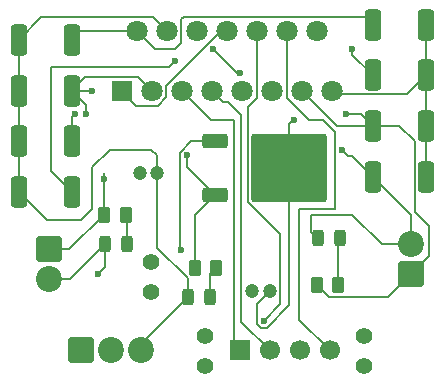
<source format=gbr>
%TF.GenerationSoftware,KiCad,Pcbnew,9.0.4*%
%TF.CreationDate,2025-09-01T01:35:23+05:30*%
%TF.ProjectId,L298,4c323938-2e6b-4696-9361-645f70636258,rev?*%
%TF.SameCoordinates,Original*%
%TF.FileFunction,Copper,L1,Top*%
%TF.FilePolarity,Positive*%
%FSLAX46Y46*%
G04 Gerber Fmt 4.6, Leading zero omitted, Abs format (unit mm)*
G04 Created by KiCad (PCBNEW 9.0.4) date 2025-09-01 01:35:23*
%MOMM*%
%LPD*%
G01*
G04 APERTURE LIST*
G04 Aperture macros list*
%AMRoundRect*
0 Rectangle with rounded corners*
0 $1 Rounding radius*
0 $2 $3 $4 $5 $6 $7 $8 $9 X,Y pos of 4 corners*
0 Add a 4 corners polygon primitive as box body*
4,1,4,$2,$3,$4,$5,$6,$7,$8,$9,$2,$3,0*
0 Add four circle primitives for the rounded corners*
1,1,$1+$1,$2,$3*
1,1,$1+$1,$4,$5*
1,1,$1+$1,$6,$7*
1,1,$1+$1,$8,$9*
0 Add four rect primitives between the rounded corners*
20,1,$1+$1,$2,$3,$4,$5,0*
20,1,$1+$1,$4,$5,$6,$7,0*
20,1,$1+$1,$6,$7,$8,$9,0*
20,1,$1+$1,$8,$9,$2,$3,0*%
G04 Aperture macros list end*
%TA.AperFunction,ComponentPad*%
%ADD10C,1.800000*%
%TD*%
%TA.AperFunction,ComponentPad*%
%ADD11R,1.800000X1.800000*%
%TD*%
%TA.AperFunction,ComponentPad*%
%ADD12C,1.400000*%
%TD*%
%TA.AperFunction,SMDPad,CuDef*%
%ADD13RoundRect,0.250000X-0.425000X-1.075000X0.425000X-1.075000X0.425000X1.075000X-0.425000X1.075000X0*%
%TD*%
%TA.AperFunction,ComponentPad*%
%ADD14R,1.700000X1.700000*%
%TD*%
%TA.AperFunction,ComponentPad*%
%ADD15C,1.700000*%
%TD*%
%TA.AperFunction,SMDPad,CuDef*%
%ADD16RoundRect,0.250000X-0.262500X-0.450000X0.262500X-0.450000X0.262500X0.450000X-0.262500X0.450000X0*%
%TD*%
%TA.AperFunction,SMDPad,CuDef*%
%ADD17RoundRect,0.243750X-0.243750X-0.456250X0.243750X-0.456250X0.243750X0.456250X-0.243750X0.456250X0*%
%TD*%
%TA.AperFunction,ComponentPad*%
%ADD18RoundRect,0.249999X-0.850001X-0.850001X0.850001X-0.850001X0.850001X0.850001X-0.850001X0.850001X0*%
%TD*%
%TA.AperFunction,ComponentPad*%
%ADD19C,2.200000*%
%TD*%
%TA.AperFunction,ComponentPad*%
%ADD20RoundRect,0.249999X-0.850001X0.850001X-0.850001X-0.850001X0.850001X-0.850001X0.850001X0.850001X0*%
%TD*%
%TA.AperFunction,SMDPad,CuDef*%
%ADD21RoundRect,0.250000X-0.850000X-0.350000X0.850000X-0.350000X0.850000X0.350000X-0.850000X0.350000X0*%
%TD*%
%TA.AperFunction,SMDPad,CuDef*%
%ADD22RoundRect,0.249997X-2.950003X-2.650003X2.950003X-2.650003X2.950003X2.650003X-2.950003X2.650003X0*%
%TD*%
%TA.AperFunction,ComponentPad*%
%ADD23C,1.200000*%
%TD*%
%TA.AperFunction,ComponentPad*%
%ADD24RoundRect,0.249999X0.850001X-0.850001X0.850001X0.850001X-0.850001X0.850001X-0.850001X-0.850001X0*%
%TD*%
%TA.AperFunction,ViaPad*%
%ADD25C,0.600000*%
%TD*%
%TA.AperFunction,Conductor*%
%ADD26C,0.200000*%
%TD*%
G04 APERTURE END LIST*
D10*
%TO.P,U1,15,SENSE_B*%
%TO.N,GND*%
X178810000Y-63080000D03*
%TO.P,U1,14,OUT4*%
%TO.N,Net-(D4-A)*%
X177540000Y-58000000D03*
%TO.P,U1,13,OUT3*%
%TO.N,Net-(D3-A)*%
X176270000Y-63080000D03*
%TO.P,U1,12,IN4*%
%TO.N,Net-(J5-Pin_4)*%
X175000000Y-58000000D03*
%TO.P,U1,11,EnB*%
%TO.N,/ENB*%
X173730000Y-63080000D03*
%TO.P,U1,10,IN3*%
%TO.N,Net-(J5-Pin_3)*%
X172460000Y-58000000D03*
%TO.P,U1,9,Vss*%
%TO.N,+12V*%
X171190000Y-63080000D03*
%TO.P,U1,8,GND*%
%TO.N,GND*%
X169920000Y-58000000D03*
%TO.P,U1,7,IN2*%
%TO.N,Net-(J5-Pin_2)*%
X168650000Y-63080000D03*
%TO.P,U1,6,EnA*%
%TO.N,/ENA*%
X167380000Y-58000000D03*
%TO.P,U1,5,IN1*%
%TO.N,Net-(J5-Pin_1)*%
X166110000Y-63080000D03*
%TO.P,U1,4,Vs*%
%TO.N,+5V*%
X164840000Y-58000000D03*
%TO.P,U1,3,OUT2*%
%TO.N,Net-(D2-A)*%
X163570000Y-63080000D03*
%TO.P,U1,2,OUT1*%
%TO.N,Net-(D1-A)*%
X162300000Y-58000000D03*
D11*
%TO.P,U1,1,SENSE_A*%
%TO.N,GND*%
X161030000Y-63080000D03*
%TD*%
D12*
%TO.P,JP3,1,A*%
%TO.N,/ENB*%
X163500000Y-77500000D03*
%TO.P,JP3,2,B*%
%TO.N,unconnected-(JP3-B-Pad2)*%
X163500000Y-80040000D03*
%TD*%
%TO.P,JP2,1,A*%
%TO.N,+5V*%
X181500000Y-83750000D03*
%TO.P,JP2,2,B*%
%TO.N,unconnected-(JP2-B-Pad2)*%
X181500000Y-86290000D03*
%TD*%
%TO.P,JP1,1,A*%
%TO.N,/ENA*%
X168000000Y-83750000D03*
%TO.P,JP1,2,B*%
%TO.N,unconnected-(JP1-B-Pad2)*%
X168000000Y-86290000D03*
%TD*%
D13*
%TO.P,D1,1,K*%
%TO.N,+5V*%
X152250000Y-58710000D03*
%TO.P,D1,2,A*%
%TO.N,Net-(D1-A)*%
X156750000Y-58710000D03*
%TD*%
%TO.P,D5,2,A*%
%TO.N,GND*%
X186750000Y-57420000D03*
%TO.P,D5,1,K*%
%TO.N,Net-(D1-A)*%
X182250000Y-57420000D03*
%TD*%
%TO.P,D6,2,A*%
%TO.N,GND*%
X186750000Y-61710000D03*
%TO.P,D6,1,K*%
%TO.N,Net-(D2-A)*%
X182250000Y-61710000D03*
%TD*%
%TO.P,D7,2,A*%
%TO.N,GND*%
X186750000Y-66000000D03*
%TO.P,D7,1,K*%
%TO.N,Net-(D3-A)*%
X182250000Y-66000000D03*
%TD*%
%TO.P,D8,2,A*%
%TO.N,GND*%
X186750000Y-70290000D03*
%TO.P,D8,1,K*%
%TO.N,Net-(D4-A)*%
X182250000Y-70290000D03*
%TD*%
%TO.P,D4,2,A*%
%TO.N,Net-(D4-A)*%
X156750000Y-71580000D03*
%TO.P,D4,1,K*%
%TO.N,+5V*%
X152250000Y-71580000D03*
%TD*%
%TO.P,D2,2,A*%
%TO.N,Net-(D2-A)*%
X156750000Y-63000000D03*
%TO.P,D2,1,K*%
%TO.N,+5V*%
X152250000Y-63000000D03*
%TD*%
%TO.P,D3,2,A*%
%TO.N,Net-(D3-A)*%
X156750000Y-67290000D03*
%TO.P,D3,1,K*%
%TO.N,+5V*%
X152250000Y-67290000D03*
%TD*%
D14*
%TO.P,J5,1,Pin_1*%
%TO.N,Net-(J5-Pin_1)*%
X170960000Y-85000000D03*
D15*
%TO.P,J5,2,Pin_2*%
%TO.N,Net-(J5-Pin_2)*%
X173500000Y-85000000D03*
%TO.P,J5,3,Pin_3*%
%TO.N,Net-(J5-Pin_3)*%
X176040000Y-85000000D03*
%TO.P,J5,4,Pin_4*%
%TO.N,Net-(J5-Pin_4)*%
X178580000Y-85000000D03*
%TD*%
D16*
%TO.P,R3,1*%
%TO.N,Net-(U2-VO)*%
X167175000Y-78000000D03*
%TO.P,R3,2*%
%TO.N,Net-(L3-A)*%
X169000000Y-78000000D03*
%TD*%
%TO.P,R2,1*%
%TO.N,Net-(D3-A)*%
X177500000Y-79500000D03*
%TO.P,R2,2*%
%TO.N,Net-(L2-A)*%
X179325000Y-79500000D03*
%TD*%
%TO.P,R1,1*%
%TO.N,Net-(D1-A)*%
X159500000Y-73500000D03*
%TO.P,R1,2*%
%TO.N,Net-(L1-A)*%
X161325000Y-73500000D03*
%TD*%
D17*
%TO.P,L3,1,K*%
%TO.N,+5V*%
X166562500Y-80500000D03*
%TO.P,L3,2,A*%
%TO.N,Net-(L3-A)*%
X168437500Y-80500000D03*
%TD*%
%TO.P,L2,1,K*%
%TO.N,Net-(D4-A)*%
X177562500Y-75500000D03*
%TO.P,L2,2,A*%
%TO.N,Net-(L2-A)*%
X179437500Y-75500000D03*
%TD*%
%TO.P,L1,1,K*%
%TO.N,Net-(D2-A)*%
X159562500Y-76000000D03*
%TO.P,L1,2,A*%
%TO.N,Net-(L1-A)*%
X161437500Y-76000000D03*
%TD*%
D18*
%TO.P,J3,1,Pin_1*%
%TO.N,+12V*%
X157500000Y-85000000D03*
D19*
%TO.P,J3,2,Pin_2*%
%TO.N,GND*%
X160040000Y-85000000D03*
%TO.P,J3,3,Pin_3*%
%TO.N,+5V*%
X162580000Y-85000000D03*
%TD*%
D20*
%TO.P,J1,1,Pin_1*%
%TO.N,Net-(D1-A)*%
X154807500Y-76460000D03*
D19*
%TO.P,J1,2,Pin_2*%
%TO.N,Net-(D2-A)*%
X154807500Y-79000000D03*
%TD*%
D21*
%TO.P,U2,1,VI*%
%TO.N,+12V*%
X168875000Y-67292500D03*
D22*
%TO.P,U2,2,GND*%
%TO.N,GND*%
X175175000Y-69572500D03*
D21*
%TO.P,U2,3,VO*%
%TO.N,Net-(U2-VO)*%
X168875000Y-71852500D03*
%TD*%
D23*
%TO.P,C2,1*%
%TO.N,+5V*%
X172000000Y-80000000D03*
%TO.P,C2,2*%
%TO.N,GND*%
X173500000Y-80000000D03*
%TD*%
%TO.P,C1,1*%
%TO.N,Net-(U2-VO)*%
X162500000Y-70000000D03*
%TO.P,C1,2*%
%TO.N,+5V*%
X164000000Y-70000000D03*
%TD*%
D24*
%TO.P,J2,1,Pin_1*%
%TO.N,Net-(D3-A)*%
X185500000Y-78540000D03*
D19*
%TO.P,J2,2,Pin_2*%
%TO.N,Net-(D4-A)*%
X185500000Y-76000000D03*
%TD*%
D25*
%TO.N,Net-(U2-VO)*%
X166500000Y-68500000D03*
%TO.N,Net-(D3-A)*%
X157000000Y-65000000D03*
X180000000Y-65000000D03*
%TO.N,Net-(D2-A)*%
X158500000Y-63000000D03*
X180500000Y-59500000D03*
%TO.N,Net-(D4-A)*%
X179600000Y-68000000D03*
%TO.N,/ENA*%
X168703057Y-59499000D03*
%TO.N,Net-(D4-A)*%
X165500000Y-60500000D03*
%TO.N,+12V*%
X166000000Y-76500000D03*
%TO.N,/ENA*%
X171000000Y-61500000D03*
%TO.N,Net-(D2-A)*%
X159000000Y-78500000D03*
X158000000Y-65000000D03*
%TO.N,Net-(D1-A)*%
X159500000Y-70500000D03*
%TO.N,Net-(J5-Pin_3)*%
X173000000Y-82500000D03*
%TO.N,GND*%
X175531000Y-65500000D03*
%TD*%
D26*
%TO.N,Net-(U2-VO)*%
X166500000Y-69477500D02*
X168875000Y-71852500D01*
X166500000Y-68500000D02*
X166500000Y-69477500D01*
%TO.N,+12V*%
X165899000Y-68251057D02*
X165899000Y-76399000D01*
X165899000Y-76399000D02*
X166000000Y-76500000D01*
X166857557Y-67292500D02*
X165899000Y-68251057D01*
X168875000Y-67292500D02*
X166857557Y-67292500D01*
%TO.N,Net-(D3-A)*%
X156750000Y-65250000D02*
X156750000Y-67290000D01*
X157000000Y-65000000D02*
X156750000Y-65250000D01*
X181250000Y-65000000D02*
X182250000Y-66000000D01*
X180000000Y-65000000D02*
X181250000Y-65000000D01*
%TO.N,Net-(D4-A)*%
X180500000Y-68540000D02*
X182250000Y-70290000D01*
X180140000Y-68540000D02*
X180500000Y-68540000D01*
X179600000Y-68000000D02*
X180140000Y-68540000D01*
%TO.N,Net-(D3-A)*%
X182250000Y-66000000D02*
X179190000Y-66000000D01*
X179190000Y-66000000D02*
X176270000Y-63080000D01*
%TO.N,Net-(D2-A)*%
X158500000Y-63000000D02*
X156750000Y-63000000D01*
X180500000Y-59960000D02*
X180500000Y-59500000D01*
X182250000Y-61710000D02*
X180500000Y-59960000D01*
%TO.N,/ENA*%
X170704057Y-61500000D02*
X171000000Y-61500000D01*
X168703057Y-59499000D02*
X170704057Y-61500000D01*
%TO.N,Net-(D4-A)*%
X165000000Y-61000000D02*
X165500000Y-60500000D01*
X155000000Y-61000000D02*
X165000000Y-61000000D01*
X155000000Y-69830000D02*
X155000000Y-61000000D01*
X156750000Y-71580000D02*
X155000000Y-69830000D01*
%TO.N,+5V*%
X164000000Y-68500000D02*
X164000000Y-70000000D01*
X160000000Y-68000000D02*
X163500000Y-68000000D01*
X157500000Y-74000000D02*
X158500000Y-73000000D01*
X158500000Y-73000000D02*
X158500000Y-69500000D01*
X154670000Y-74000000D02*
X157500000Y-74000000D01*
X158500000Y-69500000D02*
X160000000Y-68000000D01*
X163500000Y-68000000D02*
X164000000Y-68500000D01*
X152250000Y-71580000D02*
X154670000Y-74000000D01*
%TO.N,Net-(D2-A)*%
X159562500Y-77937500D02*
X159562500Y-76000000D01*
X159000000Y-78500000D02*
X159562500Y-77937500D01*
X158000000Y-64250000D02*
X158000000Y-65000000D01*
X156750000Y-63000000D02*
X158000000Y-64250000D01*
%TO.N,Net-(D1-A)*%
X159500000Y-73500000D02*
X159500000Y-70000000D01*
X159500000Y-70000000D02*
X159500000Y-70500000D01*
%TO.N,GND*%
X172399000Y-82748943D02*
X172399000Y-81101000D01*
X172399000Y-81101000D02*
X173500000Y-80000000D01*
X172751057Y-83101000D02*
X172399000Y-82748943D01*
X175175000Y-81174943D02*
X173248943Y-83101000D01*
X173248943Y-83101000D02*
X172751057Y-83101000D01*
X175175000Y-69572500D02*
X175175000Y-81174943D01*
%TO.N,Net-(D3-A)*%
X185774000Y-73246900D02*
X187000000Y-74472900D01*
X187000000Y-77040000D02*
X185500000Y-78540000D01*
X185774000Y-67274000D02*
X185774000Y-73246900D01*
X184500000Y-66000000D02*
X185774000Y-67274000D01*
X182250000Y-66000000D02*
X184500000Y-66000000D01*
X187000000Y-74472900D02*
X187000000Y-77040000D01*
%TO.N,Net-(J5-Pin_4)*%
X175000000Y-63646471D02*
X175000000Y-58000000D01*
X176853529Y-65500000D02*
X175000000Y-63646471D01*
X179000000Y-66500000D02*
X178000000Y-65500000D01*
X179000000Y-73000000D02*
X179000000Y-66500000D01*
X176000000Y-73000000D02*
X179000000Y-73000000D01*
X176000000Y-82420000D02*
X176000000Y-73000000D01*
X178000000Y-65500000D02*
X176853529Y-65500000D01*
X178580000Y-85000000D02*
X176000000Y-82420000D01*
%TO.N,GND*%
X175500000Y-65500000D02*
X175531000Y-65500000D01*
X175175000Y-65825000D02*
X175500000Y-65500000D01*
X175175000Y-69572500D02*
X175175000Y-65825000D01*
X162231000Y-64281000D02*
X161030000Y-63080000D01*
X164067471Y-64281000D02*
X162231000Y-64281000D01*
X164771000Y-63577471D02*
X164067471Y-64281000D01*
X169353529Y-58000000D02*
X164771000Y-62582529D01*
X164771000Y-62582529D02*
X164771000Y-63577471D01*
X169920000Y-58000000D02*
X169353529Y-58000000D01*
%TO.N,Net-(L1-A)*%
X161437500Y-76000000D02*
X161437500Y-73612500D01*
X161437500Y-73612500D02*
X161325000Y-73500000D01*
%TO.N,GND*%
X185124000Y-63336000D02*
X186750000Y-61710000D01*
X179066000Y-63336000D02*
X185124000Y-63336000D01*
X178810000Y-63080000D02*
X179066000Y-63336000D01*
%TO.N,Net-(D1-A)*%
X166255000Y-56745000D02*
X181575000Y-56745000D01*
X166041000Y-56959000D02*
X166255000Y-56745000D01*
X166041000Y-58959000D02*
X166041000Y-56959000D01*
X165500000Y-59500000D02*
X166041000Y-58959000D01*
X181575000Y-56745000D02*
X182250000Y-57420000D01*
X163800000Y-59500000D02*
X165500000Y-59500000D01*
X162300000Y-58000000D02*
X163800000Y-59500000D01*
%TO.N,Net-(D4-A)*%
X177000000Y-74937500D02*
X177562500Y-75500000D01*
X180500000Y-73500000D02*
X177000000Y-73500000D01*
X183000000Y-76000000D02*
X180500000Y-73500000D01*
X177000000Y-73500000D02*
X177000000Y-74937500D01*
X185500000Y-76000000D02*
X183000000Y-76000000D01*
%TO.N,Net-(D2-A)*%
X154807500Y-79000000D02*
X156562500Y-79000000D01*
X156562500Y-79000000D02*
X159562500Y-76000000D01*
%TO.N,Net-(D1-A)*%
X156540000Y-76460000D02*
X159500000Y-73500000D01*
X154807500Y-76460000D02*
X156540000Y-76460000D01*
%TO.N,Net-(D2-A)*%
X162369000Y-61879000D02*
X163570000Y-63080000D01*
X157871000Y-61879000D02*
X162369000Y-61879000D01*
X156750000Y-63000000D02*
X157871000Y-61879000D01*
%TO.N,Net-(D1-A)*%
X157460000Y-58000000D02*
X162300000Y-58000000D01*
X156750000Y-58710000D02*
X157460000Y-58000000D01*
%TO.N,Net-(D4-A)*%
X185500000Y-73540000D02*
X182250000Y-70290000D01*
X185500000Y-76000000D02*
X185500000Y-73540000D01*
%TO.N,Net-(D3-A)*%
X178500000Y-80500000D02*
X177500000Y-79500000D01*
X183540000Y-80500000D02*
X178500000Y-80500000D01*
X185500000Y-78540000D02*
X183540000Y-80500000D01*
%TO.N,Net-(U2-VO)*%
X167175000Y-78000000D02*
X167175000Y-73552500D01*
X167175000Y-73552500D02*
X168875000Y-71852500D01*
%TO.N,Net-(L3-A)*%
X168437500Y-78562500D02*
X169000000Y-78000000D01*
X168437500Y-80500000D02*
X168437500Y-78562500D01*
%TO.N,+5V*%
X162580000Y-84482500D02*
X162580000Y-85000000D01*
X166562500Y-80500000D02*
X162580000Y-84482500D01*
X166562500Y-78886160D02*
X166562500Y-80500000D01*
X164000000Y-76323660D02*
X166562500Y-78886160D01*
X164000000Y-70000000D02*
X164000000Y-76323660D01*
X163639000Y-56799000D02*
X164840000Y-58000000D01*
X154161000Y-56799000D02*
X163639000Y-56799000D01*
X152250000Y-58710000D02*
X154161000Y-56799000D01*
X152250000Y-67290000D02*
X152250000Y-71580000D01*
X152250000Y-63000000D02*
X152250000Y-67290000D01*
X152250000Y-58710000D02*
X152250000Y-63000000D01*
%TO.N,GND*%
X186750000Y-66000000D02*
X186750000Y-70290000D01*
X186750000Y-61710000D02*
X186750000Y-66000000D01*
X186750000Y-57420000D02*
X186750000Y-61710000D01*
%TO.N,Net-(J5-Pin_2)*%
X169570000Y-64000000D02*
X168650000Y-63080000D01*
X170000000Y-64000000D02*
X169570000Y-64000000D01*
X171099000Y-65099000D02*
X170000000Y-64000000D01*
X171099000Y-82599000D02*
X171099000Y-65099000D01*
X173500000Y-85000000D02*
X171099000Y-82599000D01*
%TO.N,Net-(J5-Pin_1)*%
X170500000Y-65500000D02*
X168530000Y-65500000D01*
X168530000Y-65500000D02*
X166110000Y-63080000D01*
X170500000Y-84540000D02*
X170500000Y-65500000D01*
X170960000Y-85000000D02*
X170500000Y-84540000D01*
%TO.N,Net-(L2-A)*%
X179325000Y-75612500D02*
X179437500Y-75500000D01*
X179325000Y-79500000D02*
X179325000Y-75612500D01*
%TO.N,Net-(J5-Pin_3)*%
X171674000Y-64432471D02*
X172460000Y-63646471D01*
X174401000Y-75184660D02*
X171674000Y-72457660D01*
X174401000Y-81099000D02*
X174401000Y-75184660D01*
X172460000Y-63646471D02*
X172460000Y-58000000D01*
X171674000Y-72457660D02*
X171674000Y-64432471D01*
X173000000Y-82500000D02*
X174401000Y-81099000D01*
%TD*%
M02*

</source>
